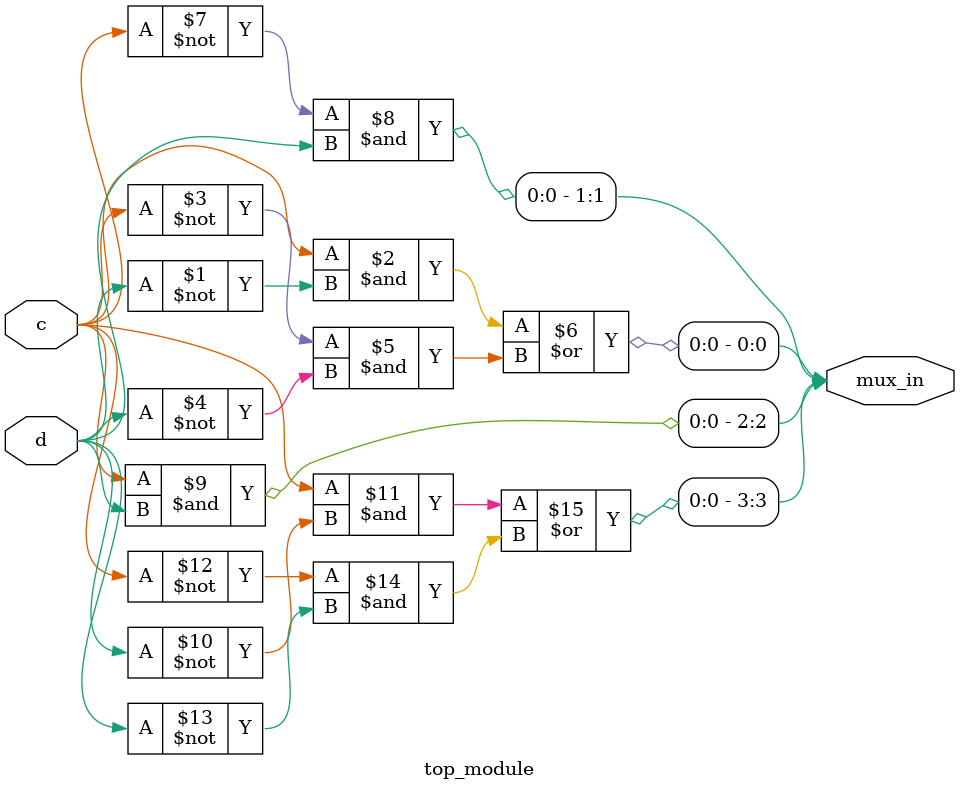
<source format=sv>
module top_module (
    input c,
    input d,
    output [3:0] mux_in
);

    // Define mux inputs based on the Karnaugh map
    assign mux_in[0] = c & ~d | ~c & ~d; // 1 for (c,d) = 00, 10
    assign mux_in[1] = ~c & d;           // 1 for (c,d) = 01
    assign mux_in[2] = c & d;            // 1 for (c,d) = 11
    assign mux_in[3] = c & ~d | ~c & ~d; // 1 for (c,d) = 00, 10

endmodule

</source>
